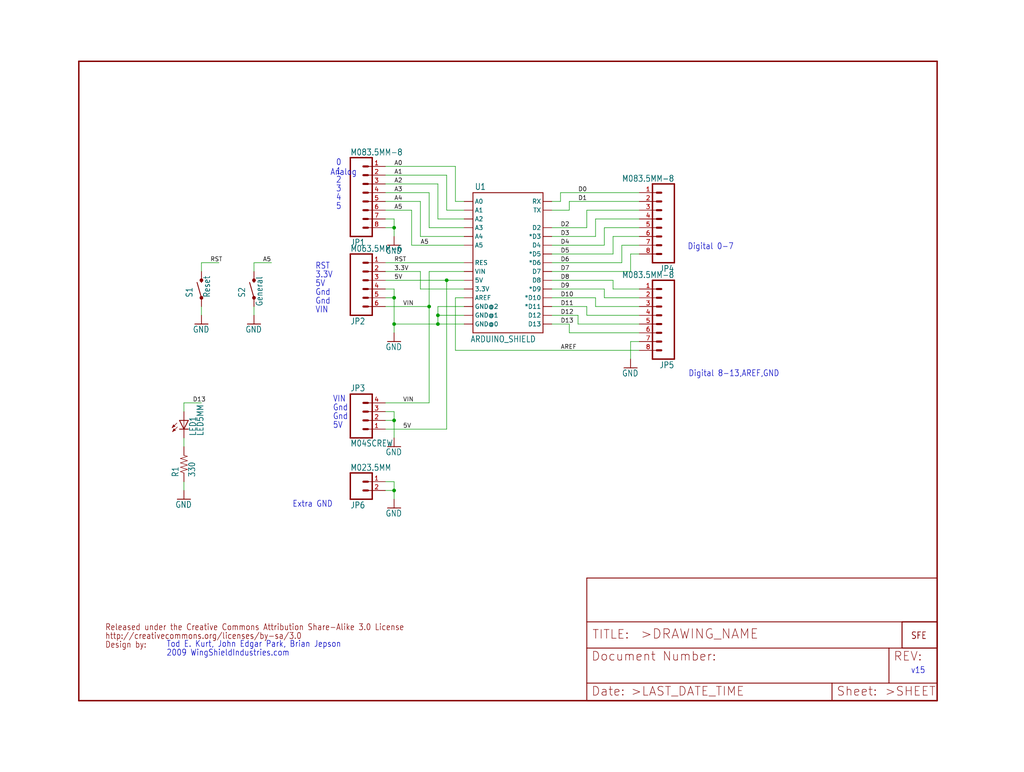
<source format=kicad_sch>
(kicad_sch (version 20211123) (generator eeschema)
  (paper "User" 297.002 223.926)
  (lib_symbols
    (symbol "eagleSchem-eagle-import:ARDUINO_SHIELDNOHOLES"
      (property "Reference" "U" (at -9.652 21.082 0))
      (property "Value" "ARDUINO_SHIELDNOHOLES" (at -8.89 -22.86 0))
      (symbol "ARDUINO_SHIELDNOHOLES_1_0"
        (polyline (pts (xy -10.16 -20.32) (xy -10.16 20.32)) (stroke (width 0.254)))
        (polyline (pts (xy -10.16 20.32) (xy 10.16 20.32)) (stroke (width 0.254)))
        (polyline (pts (xy 10.16 -20.32) (xy -10.16 -20.32)) (stroke (width 0.254)))
        (polyline (pts (xy 10.16 20.32) (xy 10.16 -20.32)) (stroke (width 0.254)))
        (pin bidirectional line (at -12.7 -7.62 0) (length 2.54) (name "3.3V") (number "3.3V"))
        (pin bidirectional line (at -12.7 -5.08 0) (length 2.54) (name "5V") (number "5V"))
        (pin bidirectional line (at -12.7 17.78 0) (length 2.54) (name "A0") (number "A0"))
        (pin bidirectional line (at -12.7 15.24 0) (length 2.54) (name "A1") (number "A1"))
        (pin bidirectional line (at -12.7 12.7 0) (length 2.54) (name "A2") (number "A2"))
        (pin bidirectional line (at -12.7 10.16 0) (length 2.54) (name "A3") (number "A3"))
        (pin bidirectional line (at -12.7 7.62 0) (length 2.54) (name "A4") (number "A4"))
        (pin bidirectional line (at -12.7 5.08 0) (length 2.54) (name "A5") (number "A5"))
        (pin bidirectional line (at -12.7 -10.16 0) (length 2.54) (name "AREF") (number "AREF"))
        (pin bidirectional line (at 12.7 -10.16 180) (length 2.54) (name "*D10") (number "D10"))
        (pin bidirectional line (at 12.7 -12.7 180) (length 2.54) (name "*D11") (number "D11"))
        (pin bidirectional line (at 12.7 -15.24 180) (length 2.54) (name "D12") (number "D12"))
        (pin bidirectional line (at 12.7 -17.78 180) (length 2.54) (name "D13") (number "D13"))
        (pin bidirectional line (at 12.7 10.16 180) (length 2.54) (name "D2") (number "D2"))
        (pin bidirectional line (at 12.7 7.62 180) (length 2.54) (name "*D3") (number "D3"))
        (pin bidirectional line (at 12.7 5.08 180) (length 2.54) (name "D4") (number "D4"))
        (pin bidirectional line (at 12.7 2.54 180) (length 2.54) (name "*D5") (number "D5"))
        (pin bidirectional line (at 12.7 0 180) (length 2.54) (name "*D6") (number "D6"))
        (pin bidirectional line (at 12.7 -2.54 180) (length 2.54) (name "D7") (number "D7"))
        (pin bidirectional line (at 12.7 -5.08 180) (length 2.54) (name "D8") (number "D8"))
        (pin bidirectional line (at 12.7 -7.62 180) (length 2.54) (name "*D9") (number "D9"))
        (pin bidirectional line (at -12.7 -17.78 0) (length 2.54) (name "GND@0") (number "GND@0"))
        (pin bidirectional line (at -12.7 -15.24 0) (length 2.54) (name "GND@1") (number "GND@1"))
        (pin bidirectional line (at -12.7 -12.7 0) (length 2.54) (name "GND@2") (number "GND@2"))
        (pin bidirectional line (at -12.7 0 0) (length 2.54) (name "RES") (number "RES"))
        (pin bidirectional line (at 12.7 17.78 180) (length 2.54) (name "RX") (number "RX"))
        (pin bidirectional line (at 12.7 15.24 180) (length 2.54) (name "TX") (number "TX"))
        (pin bidirectional line (at -12.7 -2.54 0) (length 2.54) (name "VIN") (number "VIN"))
      )
    )
    (symbol "eagleSchem-eagle-import:CREATIVE_COMMONS"
      (symbol "CREATIVE_COMMONS_1_0"
        (text "Design by:" (at 0 0 0) (effects (font (size 1.778 1.5113)) (justify left bottom)))
        (text "http://creativecommons.org/licenses/by-sa/3.0" (at 0 2.54 0) (effects (font (size 1.778 1.5113)) (justify left bottom)))
        (text "Released under the Creative Commons Attribution Share-Alike 3.0 License" (at 0 5.08 0) (effects (font (size 1.778 1.5113)) (justify left bottom)))
      )
    )
    (symbol "eagleSchem-eagle-import:FRAME-LETTER"
      (symbol "FRAME-LETTER_1_0"
        (polyline (pts (xy 0 0) (xy 248.92 0)) (stroke (width 0.4064)))
        (polyline (pts (xy 0 185.42) (xy 0 0)) (stroke (width 0.4064)))
        (polyline (pts (xy 0 185.42) (xy 248.92 185.42)) (stroke (width 0.4064)))
        (polyline (pts (xy 248.92 185.42) (xy 248.92 0)) (stroke (width 0.4064)))
      )
      (symbol "FRAME-LETTER_2_0"
        (polyline (pts (xy 0 0) (xy 0 5.08)) (stroke (width 0.254)))
        (polyline (pts (xy 0 0) (xy 71.12 0)) (stroke (width 0.254)))
        (polyline (pts (xy 0 5.08) (xy 0 15.24)) (stroke (width 0.254)))
        (polyline (pts (xy 0 5.08) (xy 71.12 5.08)) (stroke (width 0.254)))
        (polyline (pts (xy 0 15.24) (xy 0 22.86)) (stroke (width 0.254)))
        (polyline (pts (xy 0 22.86) (xy 0 35.56)) (stroke (width 0.254)))
        (polyline (pts (xy 0 22.86) (xy 101.6 22.86)) (stroke (width 0.254)))
        (polyline (pts (xy 71.12 0) (xy 101.6 0)) (stroke (width 0.254)))
        (polyline (pts (xy 71.12 5.08) (xy 71.12 0)) (stroke (width 0.254)))
        (polyline (pts (xy 71.12 5.08) (xy 87.63 5.08)) (stroke (width 0.254)))
        (polyline (pts (xy 87.63 5.08) (xy 101.6 5.08)) (stroke (width 0.254)))
        (polyline (pts (xy 87.63 15.24) (xy 0 15.24)) (stroke (width 0.254)))
        (polyline (pts (xy 87.63 15.24) (xy 87.63 5.08)) (stroke (width 0.254)))
        (polyline (pts (xy 101.6 5.08) (xy 101.6 0)) (stroke (width 0.254)))
        (polyline (pts (xy 101.6 15.24) (xy 87.63 15.24)) (stroke (width 0.254)))
        (polyline (pts (xy 101.6 15.24) (xy 101.6 5.08)) (stroke (width 0.254)))
        (polyline (pts (xy 101.6 22.86) (xy 101.6 15.24)) (stroke (width 0.254)))
        (polyline (pts (xy 101.6 35.56) (xy 0 35.56)) (stroke (width 0.254)))
        (polyline (pts (xy 101.6 35.56) (xy 101.6 22.86)) (stroke (width 0.254)))
        (text ">DRAWING_NAME" (at 15.494 17.78 0) (effects (font (size 2.7432 2.7432)) (justify left bottom)))
        (text ">LAST_DATE_TIME" (at 12.7 1.27 0) (effects (font (size 2.54 2.54)) (justify left bottom)))
        (text ">SHEET" (at 86.36 1.27 0) (effects (font (size 2.54 2.54)) (justify left bottom)))
        (text "Date:" (at 1.27 1.27 0) (effects (font (size 2.54 2.54)) (justify left bottom)))
        (text "Document Number:" (at 1.27 11.43 0) (effects (font (size 2.54 2.54)) (justify left bottom)))
        (text "REV:" (at 88.9 11.43 0) (effects (font (size 2.54 2.54)) (justify left bottom)))
        (text "Sheet:" (at 72.39 1.27 0) (effects (font (size 2.54 2.54)) (justify left bottom)))
        (text "TITLE:" (at 1.524 17.78 0) (effects (font (size 2.54 2.54)) (justify left bottom)))
      )
    )
    (symbol "eagleSchem-eagle-import:GND" (power)
      (property "Value" "GND" (at -2.54 -2.54 0))
      (symbol "GND_1_0"
        (polyline (pts (xy -1.905 0) (xy 1.905 0)) (stroke (width 0.254)))
        (pin power_in line (at 0 2.54 270) (length 2.54) (name "GND") (number "1"))
      )
    )
    (symbol "eagleSchem-eagle-import:LED5MM"
      (property "Reference" "LED" (at 3.556 -4.572 90))
      (property "Value" "LED5MM" (at 5.715 -4.572 90))
      (symbol "LED5MM_1_0"
        (polyline (pts (xy -2.032 -0.762) (xy -3.429 -2.159)) (stroke (width 0.1524)))
        (polyline (pts (xy -1.905 -1.905) (xy -3.302 -3.302)) (stroke (width 0.1524)))
        (polyline (pts (xy 0 -2.54) (xy -1.27 -2.54)) (stroke (width 0.254)))
        (polyline (pts (xy 0 -2.54) (xy -1.27 0)) (stroke (width 0.254)))
        (polyline (pts (xy 0 0) (xy -1.27 0)) (stroke (width 0.254)))
        (polyline (pts (xy 0 0) (xy 0 -2.54)) (stroke (width 0.1524)))
        (polyline (pts (xy 1.27 -2.54) (xy 0 -2.54)) (stroke (width 0.254)))
        (polyline (pts (xy 1.27 0) (xy 0 -2.54)) (stroke (width 0.254)))
        (polyline (pts (xy 1.27 0) (xy 0 0)) (stroke (width 0.254)))
        (polyline (pts (xy -3.429 -2.159) (xy -3.048 -1.27) (xy -2.54 -1.778)) (fill (type outline)))
        (polyline (pts (xy -3.302 -3.302) (xy -2.921 -2.413) (xy -2.413 -2.921)) (fill (type outline)))
        (pin passive line (at 0 2.54 270) (length 2.54) (name "A") (number "A"))
        (pin passive line (at 0 -5.08 90) (length 2.54) (name "C") (number "K"))
      )
    )
    (symbol "eagleSchem-eagle-import:LOGO-SFENEW"
      (symbol "LOGO-SFENEW_1_0"
        (polyline (pts (xy -2.54 -2.54) (xy 7.62 -2.54)) (stroke (width 0.254)))
        (polyline (pts (xy -2.54 5.08) (xy -2.54 -2.54)) (stroke (width 0.254)))
        (polyline (pts (xy 7.62 -2.54) (xy 7.62 5.08)) (stroke (width 0.254)))
        (polyline (pts (xy 7.62 5.08) (xy -2.54 5.08)) (stroke (width 0.254)))
        (text "SFE" (at 0 0 0) (effects (font (size 1.9304 1.6408)) (justify left bottom)))
      )
    )
    (symbol "eagleSchem-eagle-import:LOGO-SFESK"
      (symbol "LOGO-SFESK_1_0"
        (polyline (pts (xy -2.54 -2.54) (xy 7.62 -2.54)) (stroke (width 0.254)))
        (polyline (pts (xy -2.54 5.08) (xy -2.54 -2.54)) (stroke (width 0.254)))
        (polyline (pts (xy 7.62 -2.54) (xy 7.62 5.08)) (stroke (width 0.254)))
        (polyline (pts (xy 7.62 5.08) (xy -2.54 5.08)) (stroke (width 0.254)))
        (text "SFE" (at 0 0 0) (effects (font (size 1.9304 1.6408)) (justify left bottom)))
      )
    )
    (symbol "eagleSchem-eagle-import:M023.5MM"
      (property "Reference" "JP" (at -2.54 5.842 0))
      (property "Value" "M023.5MM" (at -2.54 -5.08 0))
      (symbol "M023.5MM_1_0"
        (polyline (pts (xy -2.54 5.08) (xy -2.54 -2.54)) (stroke (width 0.4064)))
        (polyline (pts (xy -2.54 5.08) (xy 3.81 5.08)) (stroke (width 0.4064)))
        (polyline (pts (xy 1.27 0) (xy 2.54 0)) (stroke (width 0.6096)))
        (polyline (pts (xy 1.27 2.54) (xy 2.54 2.54)) (stroke (width 0.6096)))
        (polyline (pts (xy 3.81 -2.54) (xy -2.54 -2.54)) (stroke (width 0.4064)))
        (polyline (pts (xy 3.81 -2.54) (xy 3.81 5.08)) (stroke (width 0.4064)))
        (pin passive line (at 7.62 0 180) (length 5.08) (name "1") (number "1"))
        (pin passive line (at 7.62 2.54 180) (length 5.08) (name "2") (number "2"))
      )
    )
    (symbol "eagleSchem-eagle-import:M04SCREW"
      (property "Reference" "JP" (at -5.08 8.382 0))
      (property "Value" "M04SCREW" (at -5.08 -7.62 0))
      (symbol "M04SCREW_1_0"
        (polyline (pts (xy -5.08 7.62) (xy -5.08 -5.08)) (stroke (width 0.4064)))
        (polyline (pts (xy -5.08 7.62) (xy 1.27 7.62)) (stroke (width 0.4064)))
        (polyline (pts (xy -1.27 -2.54) (xy 0 -2.54)) (stroke (width 0.6096)))
        (polyline (pts (xy -1.27 0) (xy 0 0)) (stroke (width 0.6096)))
        (polyline (pts (xy -1.27 2.54) (xy 0 2.54)) (stroke (width 0.6096)))
        (polyline (pts (xy -1.27 5.08) (xy 0 5.08)) (stroke (width 0.6096)))
        (polyline (pts (xy 1.27 -5.08) (xy -5.08 -5.08)) (stroke (width 0.4064)))
        (polyline (pts (xy 1.27 -5.08) (xy 1.27 7.62)) (stroke (width 0.4064)))
        (pin passive line (at 5.08 -2.54 180) (length 5.08) (name "1") (number "1"))
        (pin passive line (at 5.08 0 180) (length 5.08) (name "2") (number "2"))
        (pin passive line (at 5.08 2.54 180) (length 5.08) (name "3") (number "3"))
        (pin passive line (at 5.08 5.08 180) (length 5.08) (name "4") (number "4"))
      )
    )
    (symbol "eagleSchem-eagle-import:M063.5MM-6"
      (property "Reference" "JP" (at -5.08 10.922 0))
      (property "Value" "M063.5MM-6" (at -5.08 -10.16 0))
      (symbol "M063.5MM-6_1_0"
        (polyline (pts (xy -5.08 10.16) (xy -5.08 -7.62)) (stroke (width 0.4064)))
        (polyline (pts (xy -5.08 10.16) (xy 1.27 10.16)) (stroke (width 0.4064)))
        (polyline (pts (xy -1.27 -5.08) (xy 0 -5.08)) (stroke (width 0.6096)))
        (polyline (pts (xy -1.27 -2.54) (xy 0 -2.54)) (stroke (width 0.6096)))
        (polyline (pts (xy -1.27 0) (xy 0 0)) (stroke (width 0.6096)))
        (polyline (pts (xy -1.27 2.54) (xy 0 2.54)) (stroke (width 0.6096)))
        (polyline (pts (xy -1.27 5.08) (xy 0 5.08)) (stroke (width 0.6096)))
        (polyline (pts (xy -1.27 7.62) (xy 0 7.62)) (stroke (width 0.6096)))
        (polyline (pts (xy 1.27 -7.62) (xy -5.08 -7.62)) (stroke (width 0.4064)))
        (polyline (pts (xy 1.27 -7.62) (xy 1.27 10.16)) (stroke (width 0.4064)))
        (pin passive line (at 5.08 -5.08 180) (length 5.08) (name "1") (number "1"))
        (pin passive line (at 5.08 -2.54 180) (length 5.08) (name "2") (number "2"))
        (pin passive line (at 5.08 0 180) (length 5.08) (name "3") (number "3"))
        (pin passive line (at 5.08 2.54 180) (length 5.08) (name "4") (number "4"))
        (pin passive line (at 5.08 5.08 180) (length 5.08) (name "5") (number "5"))
        (pin passive line (at 5.08 7.62 180) (length 5.08) (name "6") (number "6"))
      )
    )
    (symbol "eagleSchem-eagle-import:M083.5MM-8"
      (property "Reference" "JP" (at -5.08 13.462 0))
      (property "Value" "M083.5MM-8" (at -5.08 -12.7 0))
      (symbol "M083.5MM-8_1_0"
        (polyline (pts (xy -5.08 12.7) (xy -5.08 -10.16)) (stroke (width 0.4064)))
        (polyline (pts (xy -5.08 12.7) (xy 1.27 12.7)) (stroke (width 0.4064)))
        (polyline (pts (xy -1.27 -7.62) (xy 0 -7.62)) (stroke (width 0.6096)))
        (polyline (pts (xy -1.27 -5.08) (xy 0 -5.08)) (stroke (width 0.6096)))
        (polyline (pts (xy -1.27 -2.54) (xy 0 -2.54)) (stroke (width 0.6096)))
        (polyline (pts (xy -1.27 0) (xy 0 0)) (stroke (width 0.6096)))
        (polyline (pts (xy -1.27 2.54) (xy 0 2.54)) (stroke (width 0.6096)))
        (polyline (pts (xy -1.27 5.08) (xy 0 5.08)) (stroke (width 0.6096)))
        (polyline (pts (xy -1.27 7.62) (xy 0 7.62)) (stroke (width 0.6096)))
        (polyline (pts (xy -1.27 10.16) (xy 0 10.16)) (stroke (width 0.6096)))
        (polyline (pts (xy 1.27 -10.16) (xy -5.08 -10.16)) (stroke (width 0.4064)))
        (polyline (pts (xy 1.27 -10.16) (xy 1.27 12.7)) (stroke (width 0.4064)))
        (pin passive line (at 5.08 -7.62 180) (length 5.08) (name "1") (number "1"))
        (pin passive line (at 5.08 -5.08 180) (length 5.08) (name "2") (number "2"))
        (pin passive line (at 5.08 -2.54 180) (length 5.08) (name "3") (number "3"))
        (pin passive line (at 5.08 0 180) (length 5.08) (name "4") (number "4"))
        (pin passive line (at 5.08 2.54 180) (length 5.08) (name "5") (number "5"))
        (pin passive line (at 5.08 5.08 180) (length 5.08) (name "6") (number "6"))
        (pin passive line (at 5.08 7.62 180) (length 5.08) (name "7") (number "7"))
        (pin passive line (at 5.08 10.16 180) (length 5.08) (name "8") (number "8"))
      )
    )
    (symbol "eagleSchem-eagle-import:RESISTORPTH1"
      (property "Reference" "R" (at -3.81 1.4986 0))
      (property "Value" "RESISTORPTH1" (at -3.81 -3.302 0))
      (symbol "RESISTORPTH1_1_0"
        (polyline (pts (xy -2.54 0) (xy -2.159 1.016)) (stroke (width 0.1524)))
        (polyline (pts (xy -2.159 1.016) (xy -1.524 -1.016)) (stroke (width 0.1524)))
        (polyline (pts (xy -1.524 -1.016) (xy -0.889 1.016)) (stroke (width 0.1524)))
        (polyline (pts (xy -0.889 1.016) (xy -0.254 -1.016)) (stroke (width 0.1524)))
        (polyline (pts (xy -0.254 -1.016) (xy 0.381 1.016)) (stroke (width 0.1524)))
        (polyline (pts (xy 0.381 1.016) (xy 1.016 -1.016)) (stroke (width 0.1524)))
        (polyline (pts (xy 1.016 -1.016) (xy 1.651 1.016)) (stroke (width 0.1524)))
        (polyline (pts (xy 1.651 1.016) (xy 2.286 -1.016)) (stroke (width 0.1524)))
        (polyline (pts (xy 2.286 -1.016) (xy 2.54 0)) (stroke (width 0.1524)))
        (pin passive line (at -5.08 0 0) (length 2.54) (name "1") (number "P$1"))
        (pin passive line (at 5.08 0 180) (length 2.54) (name "2") (number "P$2"))
      )
    )
    (symbol "eagleSchem-eagle-import:SWITCH-MOMENTARY-2PTH"
      (property "Reference" "S" (at -2.54 2.54 0))
      (property "Value" "SWITCH-MOMENTARY-2PTH" (at -2.54 -2.54 0))
      (symbol "SWITCH-MOMENTARY-2PTH_1_0"
        (circle (center -2.54 0) (radius 0.127) (stroke (width 0.4064)))
        (polyline (pts (xy -2.54 0) (xy 1.905 1.27)) (stroke (width 0.254)))
        (polyline (pts (xy 1.905 0) (xy 2.54 0)) (stroke (width 0.254)))
        (circle (center 2.54 0) (radius 0.127) (stroke (width 0.4064)))
        (pin passive line (at -5.08 0 0) (length 2.54) (name "1") (number "1"))
        (pin passive line (at 5.08 0 180) (length 2.54) (name "2") (number "3"))
      )
    )
  )
  (junction (at 127 91.44))
  (junction (at 114.3 142.24))
  (junction (at 114.3 121.92))
  (junction (at 124.46 88.9))
  (junction (at 114.3 93.98))
  (junction (at 127 93.98))
  (junction (at 129.54 81.28))
  (junction (at 114.3 86.36))
  (junction (at 114.3 66.04))
  (wire (pts (xy 124.46 88.9) (xy 111.76 88.9)))
  (wire (pts (xy 170.18 88.9) (xy 170.18 91.44)))
  (wire (pts (xy 53.34 129.54) (xy 53.34 127)))
  (wire (pts (xy 175.26 86.36) (xy 185.42 86.36)))
  (wire (pts (xy 127 53.34) (xy 127 63.5)))
  (wire (pts (xy 53.34 142.24) (xy 53.34 139.7)))
  (wire (pts (xy 175.26 83.82) (xy 175.26 86.36)))
  (wire (pts (xy 121.92 58.42) (xy 121.92 68.58)))
  (wire (pts (xy 175.26 71.12) (xy 175.26 66.04)))
  (wire (pts (xy 165.1 58.42) (xy 165.1 60.96)))
  (wire (pts (xy 111.76 81.28) (xy 129.54 81.28)))
  (wire (pts (xy 134.62 76.2) (xy 111.76 76.2)))
  (wire (pts (xy 111.76 48.26) (xy 132.08 48.26)))
  (wire (pts (xy 53.34 116.84) (xy 58.42 116.84)))
  (wire (pts (xy 129.54 81.28) (xy 134.62 81.28)))
  (wire (pts (xy 124.46 55.88) (xy 124.46 66.04)))
  (wire (pts (xy 114.3 142.24) (xy 114.3 139.7)))
  (wire (pts (xy 119.38 71.12) (xy 134.62 71.12)))
  (wire (pts (xy 160.02 58.42) (xy 162.56 58.42)))
  (wire (pts (xy 134.62 83.82) (xy 121.92 83.82)))
  (wire (pts (xy 127 93.98) (xy 114.3 93.98)))
  (wire (pts (xy 114.3 63.5) (xy 114.3 66.04)))
  (wire (pts (xy 182.88 99.06) (xy 182.88 104.14)))
  (wire (pts (xy 177.8 83.82) (xy 185.42 83.82)))
  (wire (pts (xy 111.76 124.46) (xy 129.54 124.46)))
  (wire (pts (xy 124.46 78.74) (xy 124.46 88.9)))
  (wire (pts (xy 111.76 60.96) (xy 119.38 60.96)))
  (wire (pts (xy 111.76 58.42) (xy 121.92 58.42)))
  (wire (pts (xy 167.64 93.98) (xy 185.42 93.98)))
  (wire (pts (xy 111.76 139.7) (xy 114.3 139.7)))
  (wire (pts (xy 73.66 78.74) (xy 73.66 76.2)))
  (wire (pts (xy 114.3 96.52) (xy 114.3 93.98)))
  (wire (pts (xy 177.8 81.28) (xy 177.8 83.82)))
  (wire (pts (xy 162.56 55.88) (xy 185.42 55.88)))
  (wire (pts (xy 114.3 93.98) (xy 114.3 86.36)))
  (wire (pts (xy 185.42 99.06) (xy 182.88 99.06)))
  (wire (pts (xy 114.3 121.92) (xy 114.3 119.38)))
  (wire (pts (xy 132.08 48.26) (xy 132.08 58.42)))
  (wire (pts (xy 111.76 50.8) (xy 129.54 50.8)))
  (wire (pts (xy 121.92 83.82) (xy 121.92 78.74)))
  (wire (pts (xy 160.02 91.44) (xy 167.64 91.44)))
  (wire (pts (xy 127 63.5) (xy 134.62 63.5)))
  (wire (pts (xy 132.08 101.6) (xy 132.08 86.36)))
  (wire (pts (xy 177.8 68.58) (xy 185.42 68.58)))
  (wire (pts (xy 127 91.44) (xy 127 88.9)))
  (wire (pts (xy 162.56 58.42) (xy 162.56 55.88)))
  (wire (pts (xy 111.76 66.04) (xy 114.3 66.04)))
  (wire (pts (xy 132.08 86.36) (xy 134.62 86.36)))
  (wire (pts (xy 170.18 91.44) (xy 185.42 91.44)))
  (wire (pts (xy 160.02 93.98) (xy 165.1 93.98)))
  (wire (pts (xy 160.02 78.74) (xy 182.88 78.74)))
  (wire (pts (xy 58.42 91.44) (xy 58.42 88.9)))
  (wire (pts (xy 160.02 66.04) (xy 170.18 66.04)))
  (wire (pts (xy 58.42 76.2) (xy 63.5 76.2)))
  (wire (pts (xy 58.42 78.74) (xy 58.42 76.2)))
  (wire (pts (xy 185.42 58.42) (xy 165.1 58.42)))
  (wire (pts (xy 129.54 50.8) (xy 129.54 60.96)))
  (wire (pts (xy 129.54 124.46) (xy 129.54 81.28)))
  (wire (pts (xy 121.92 78.74) (xy 111.76 78.74)))
  (wire (pts (xy 111.76 63.5) (xy 114.3 63.5)))
  (wire (pts (xy 134.62 91.44) (xy 127 91.44)))
  (wire (pts (xy 185.42 101.6) (xy 132.08 101.6)))
  (wire (pts (xy 119.38 60.96) (xy 119.38 71.12)))
  (wire (pts (xy 160.02 86.36) (xy 172.72 86.36)))
  (wire (pts (xy 121.92 68.58) (xy 134.62 68.58)))
  (wire (pts (xy 134.62 88.9) (xy 127 88.9)))
  (wire (pts (xy 114.3 86.36) (xy 111.76 86.36)))
  (wire (pts (xy 129.54 60.96) (xy 134.62 60.96)))
  (wire (pts (xy 160.02 88.9) (xy 170.18 88.9)))
  (wire (pts (xy 175.26 66.04) (xy 185.42 66.04)))
  (wire (pts (xy 165.1 60.96) (xy 160.02 60.96)))
  (wire (pts (xy 172.72 68.58) (xy 172.72 63.5)))
  (wire (pts (xy 111.76 53.34) (xy 127 53.34)))
  (wire (pts (xy 182.88 78.74) (xy 182.88 73.66)))
  (wire (pts (xy 167.64 91.44) (xy 167.64 93.98)))
  (wire (pts (xy 182.88 73.66) (xy 185.42 73.66)))
  (wire (pts (xy 114.3 83.82) (xy 114.3 86.36)))
  (wire (pts (xy 124.46 66.04) (xy 134.62 66.04)))
  (wire (pts (xy 172.72 63.5) (xy 185.42 63.5)))
  (wire (pts (xy 160.02 73.66) (xy 177.8 73.66)))
  (wire (pts (xy 160.02 76.2) (xy 180.34 76.2)))
  (wire (pts (xy 165.1 93.98) (xy 165.1 96.52)))
  (wire (pts (xy 73.66 76.2) (xy 78.74 76.2)))
  (wire (pts (xy 124.46 116.84) (xy 124.46 88.9)))
  (wire (pts (xy 114.3 144.78) (xy 114.3 142.24)))
  (wire (pts (xy 134.62 93.98) (xy 127 93.98)))
  (wire (pts (xy 170.18 60.96) (xy 185.42 60.96)))
  (wire (pts (xy 132.08 58.42) (xy 134.62 58.42)))
  (wire (pts (xy 177.8 73.66) (xy 177.8 68.58)))
  (wire (pts (xy 111.76 83.82) (xy 114.3 83.82)))
  (wire (pts (xy 114.3 68.58) (xy 114.3 66.04)))
  (wire (pts (xy 160.02 71.12) (xy 175.26 71.12)))
  (wire (pts (xy 165.1 96.52) (xy 185.42 96.52)))
  (wire (pts (xy 114.3 127) (xy 114.3 121.92)))
  (wire (pts (xy 111.76 55.88) (xy 124.46 55.88)))
  (wire (pts (xy 160.02 83.82) (xy 175.26 83.82)))
  (wire (pts (xy 111.76 116.84) (xy 124.46 116.84)))
  (wire (pts (xy 170.18 66.04) (xy 170.18 60.96)))
  (wire (pts (xy 172.72 88.9) (xy 185.42 88.9)))
  (wire (pts (xy 160.02 81.28) (xy 177.8 81.28)))
  (wire (pts (xy 180.34 71.12) (xy 185.42 71.12)))
  (wire (pts (xy 134.62 78.74) (xy 124.46 78.74)))
  (wire (pts (xy 111.76 121.92) (xy 114.3 121.92)))
  (wire (pts (xy 53.34 119.38) (xy 53.34 116.84)))
  (wire (pts (xy 127 93.98) (xy 127 91.44)))
  (wire (pts (xy 172.72 86.36) (xy 172.72 88.9)))
  (wire (pts (xy 160.02 68.58) (xy 172.72 68.58)))
  (wire (pts (xy 73.66 88.9) (xy 73.66 91.44)))
  (wire (pts (xy 111.76 142.24) (xy 114.3 142.24)))
  (wire (pts (xy 180.34 76.2) (xy 180.34 71.12)))
  (wire (pts (xy 111.76 119.38) (xy 114.3 119.38)))
  (text "Gnd" (at 96.52 121.92 180) (effects (font (size 1.778 1.5113)) (justify left bottom)))
  (text "2" (at 99.06 53.34 180) (effects (font (size 1.778 1.5113)) (justify right bottom)))
  (text "Tod E. Kurt, John Edgar Park, Brian Jepson" (at 48.26 187.96 180) (effects (font (size 1.778 1.5113)) (justify left bottom)))
  (text "5V" (at 96.52 124.46 180) (effects (font (size 1.778 1.5113)) (justify left bottom)))
  (text "2009 WingShieldIndustries.com" (at 48.26 190.5 180) (effects (font (size 1.778 1.5113)) (justify left bottom)))
  (text "3" (at 99.06 55.88 180) (effects (font (size 1.778 1.5113)) (justify right bottom)))
  (text "Digital 8-13,AREF,GND" (at 199.644 109.474 180) (effects (font (size 1.778 1.5113)) (justify left bottom)))
  (text "Gnd" (at 96.52 119.38 180) (effects (font (size 1.778 1.5113)) (justify left bottom)))
  (text "Gnd" (at 91.44 83.82 180) (effects (font (size 1.778 1.5113)) (justify left top)))
  (text "1" (at 99.06 50.8 180) (effects (font (size 1.778 1.5113)) (justify right bottom)))
  (text "Extra GND" (at 96.52 147.32 180) (effects (font (size 1.778 1.5113)) (justify right bottom)))
  (text "5V" (at 91.44 81.28 180) (effects (font (size 1.778 1.5113)) (justify left top)))
  (text "3.3V" (at 91.44 78.74 180) (effects (font (size 1.778 1.5113)) (justify left top)))
  (text "Gnd" (at 91.44 86.36 180) (effects (font (size 1.778 1.5113)) (justify left top)))
  (text "4" (at 99.06 58.42 180) (effects (font (size 1.778 1.5113)) (justify right bottom)))
  (text "Analog" (at 95.758 49.022 180) (effects (font (size 1.778 1.5113)) (justify left top)))
  (text "Digital 0-7" (at 199.39 72.644 180) (effects (font (size 1.778 1.5113)) (justify left bottom)))
  (text "RST" (at 91.44 76.2 180) (effects (font (size 1.778 1.5113)) (justify left top)))
  (text "5" (at 99.06 60.96 180) (effects (font (size 1.778 1.5113)) (justify right bottom)))
  (text "v15" (at 264.16 195.58 180) (effects (font (size 1.778 1.5113)) (justify left bottom)))
  (text "VIN" (at 96.52 116.84 180) (effects (font (size 1.778 1.5113)) (justify left bottom)))
  (text "0" (at 99.06 48.26 180) (effects (font (size 1.778 1.5113)) (justify right bottom)))
  (text "VIN" (at 91.44 88.9 180) (effects (font (size 1.778 1.5113)) (justify left top)))
  (label "D0" (at 167.64 55.88 0) (effects (font (size 1.2446 1.2446))))
  (label "5V" (at 116.84 124.46 0) (effects (font (size 1.2446 1.2446))))
  (label "A5" (at 121.92 71.12 0) (effects (font (size 1.2446 1.2446))))
  (label "D7" (at 162.56 78.74 0) (effects (font (size 1.2446 1.2446))))
  (label "D3" (at 162.56 68.58 0) (effects (font (size 1.2446 1.2446))))
  (label "VIN" (at 116.84 116.84 0) (effects (font (size 1.2446 1.2446))))
  (label "D12" (at 162.56 91.44 0) (effects (font (size 1.2446 1.2446))))
  (label "D8" (at 162.56 81.28 0) (effects (font (size 1.2446 1.2446))))
  (label "D2" (at 162.56 66.04 0) (effects (font (size 1.2446 1.2446))))
  (label "3.3V" (at 114.3 78.74 0) (effects (font (size 1.2446 1.2446))))
  (label "D13" (at 162.56 93.98 0) (effects (font (size 1.2446 1.2446))))
  (label "A0" (at 114.3 48.26 0) (effects (font (size 1.2446 1.2446))))
  (label "A5" (at 76.2 76.2 0) (effects (font (size 1.2446 1.2446))))
  (label "D5" (at 162.56 73.66 0) (effects (font (size 1.2446 1.2446))))
  (label "D6" (at 162.56 76.2 0) (effects (font (size 1.2446 1.2446))))
  (label "A5" (at 114.3 60.96 0) (effects (font (size 1.2446 1.2446))))
  (label "AREF" (at 162.56 101.6 0) (effects (font (size 1.2446 1.2446))))
  (label "D13" (at 55.88 116.84 0) (effects (font (size 1.2446 1.2446))))
  (label "A1" (at 114.3 50.8 0) (effects (font (size 1.2446 1.2446))))
  (label "D11" (at 162.56 88.9 0) (effects (font (size 1.2446 1.2446))))
  (label "VIN" (at 116.84 88.9 0) (effects (font (size 1.2446 1.2446))))
  (label "RST" (at 60.96 76.2 0) (effects (font (size 1.2446 1.2446))))
  (label "D4" (at 162.56 71.12 0) (effects (font (size 1.2446 1.2446))))
  (label "D1" (at 167.64 58.42 0) (effects (font (size 1.2446 1.2446))))
  (label "5V" (at 114.3 81.28 0) (effects (font (size 1.2446 1.2446))))
  (label "D10" (at 162.56 86.36 0) (effects (font (size 1.2446 1.2446))))
  (label "A2" (at 114.3 53.34 0) (effects (font (size 1.2446 1.2446))))
  (label "RST" (at 114.3 76.2 0) (effects (font (size 1.2446 1.2446))))
  (label "D9" (at 162.56 83.82 0) (effects (font (size 1.2446 1.2446))))
  (label "A4" (at 114.3 58.42 0) (effects (font (size 1.2446 1.2446))))
  (label "A3" (at 114.3 55.88 0) (effects (font (size 1.2446 1.2446))))
  (symbol (lib_id "eagleSchem-eagle-import:M04SCREW") (at 106.68 121.92 0) (unit 1)
    (property "Reference" "JP3" (at 101.6 113.538 0) (effects (font (size 1.778 1.5113)) (justify left bottom)))
    (property "Value" "M04SCREW" (at 101.6 129.54 0) (effects (font (size 1.778 1.5113)) (justify left bottom)))
    (property "Footprint" "eagleSchem:SCREWTERMINAL-3.5MM-4" (effects hide))
  )
  (symbol (lib_id "eagleSchem-eagle-import:FRAME-LETTER") (at 22.86 203.2 0) (unit 1)
    (property "Reference" "#FRAME2" (effects hide))
    (property "Value" "FRAME-LETTER" (effects hide))
    (property "Footprint" "eagleSchem:" (effects hide))
  )
  (symbol (lib_id "eagleSchem-eagle-import:SWITCH-MOMENTARY-2PTH") (at 58.42 83.82 90) (unit 1)
    (property "Reference" "S1" (at 55.88 86.36 0) (effects (font (size 1.778 1.5113)) (justify left bottom)))
    (property "Value" "Reset" (at 60.96 86.36 0) (effects (font (size 1.778 1.5113)) (justify left bottom)))
    (property "Footprint" "eagleSchem:TACTILE-PTH" (effects hide))
  )
  (symbol (lib_id "eagleSchem-eagle-import:ARDUINO_SHIELDNOHOLES") (at 147.32 76.2 0) (unit 1)
    (property "Reference" "U1" (at 137.668 55.118 0) (effects (font (size 1.778 1.5113)) (justify left bottom)))
    (property "Value" "ARDUINO_SHIELD" (at 136.398 99.314 0) (effects (font (size 1.778 1.5113)) (justify left bottom)))
    (property "Footprint" "eagleSchem:DUEMILANOVE_SHIELD_NOHOLES" (effects hide))
  )
  (symbol (lib_id "eagleSchem-eagle-import:GND") (at 114.3 99.06 0) (unit 1)
    (property "Reference" "#GND3" (effects hide))
    (property "Value" "GND" (at 111.76 101.6 0) (effects (font (size 1.778 1.5113)) (justify left bottom)))
    (property "Footprint" "eagleSchem:" (effects hide))
  )
  (symbol (lib_id "eagleSchem-eagle-import:RESISTORPTH1") (at 53.34 134.62 90) (unit 1)
    (property "Reference" "R1" (at 51.8414 138.43 0) (effects (font (size 1.778 1.5113)) (justify left bottom)))
    (property "Value" "330" (at 56.642 138.43 0) (effects (font (size 1.778 1.5113)) (justify left bottom)))
    (property "Footprint" "eagleSchem:AXIAL-0.3" (effects hide))
  )
  (symbol (lib_id "eagleSchem-eagle-import:M083.5MM-8") (at 190.5 91.44 180) (unit 1)
    (property "Reference" "JP5" (at 195.58 104.902 0) (effects (font (size 1.778 1.5113)) (justify left bottom)))
    (property "Value" "M083.5MM-8" (at 195.58 78.74 0) (effects (font (size 1.778 1.5113)) (justify left bottom)))
    (property "Footprint" "eagleSchem:SCREWTERMINAL-3.5MM-8" (effects hide))
  )
  (symbol (lib_id "eagleSchem-eagle-import:GND") (at 114.3 71.12 0) (unit 1)
    (property "Reference" "#GND4" (effects hide))
    (property "Value" "GND" (at 111.76 73.66 0) (effects (font (size 1.778 1.5113)) (justify left bottom)))
    (property "Footprint" "eagleSchem:" (effects hide))
  )
  (symbol (lib_id "eagleSchem-eagle-import:GND") (at 182.88 106.68 0) (unit 1)
    (property "Reference" "#GND1" (effects hide))
    (property "Value" "GND" (at 180.34 109.22 0) (effects (font (size 1.778 1.5113)) (justify left bottom)))
    (property "Footprint" "eagleSchem:" (effects hide))
  )
  (symbol (lib_id "eagleSchem-eagle-import:GND") (at 114.3 129.54 0) (unit 1)
    (property "Reference" "#GND2" (effects hide))
    (property "Value" "GND" (at 111.76 132.08 0) (effects (font (size 1.778 1.5113)) (justify left bottom)))
    (property "Footprint" "eagleSchem:" (effects hide))
  )
  (symbol (lib_id "eagleSchem-eagle-import:M083.5MM-8") (at 190.5 63.5 180) (unit 1)
    (property "Reference" "JP4" (at 195.58 76.962 0) (effects (font (size 1.778 1.5113)) (justify left bottom)))
    (property "Value" "M083.5MM-8" (at 195.58 50.8 0) (effects (font (size 1.778 1.5113)) (justify left bottom)))
    (property "Footprint" "eagleSchem:SCREWTERMINAL-3.5MM-8" (effects hide))
  )
  (symbol (lib_id "eagleSchem-eagle-import:GND") (at 53.34 144.78 0) (unit 1)
    (property "Reference" "#GND8" (effects hide))
    (property "Value" "GND" (at 50.8 147.32 0) (effects (font (size 1.778 1.5113)) (justify left bottom)))
    (property "Footprint" "eagleSchem:" (effects hide))
  )
  (symbol (lib_id "eagleSchem-eagle-import:M083.5MM-8") (at 106.68 55.88 0) (mirror x) (unit 1)
    (property "Reference" "JP1" (at 101.6 69.342 0) (effects (font (size 1.778 1.5113)) (justify left bottom)))
    (property "Value" "M083.5MM-8" (at 101.6 43.18 0) (effects (font (size 1.778 1.5113)) (justify left bottom)))
    (property "Footprint" "eagleSchem:SCREWTERMINAL-3.5MM-8" (effects hide))
  )
  (symbol (lib_id "eagleSchem-eagle-import:M063.5MM-6") (at 106.68 81.28 0) (mirror x) (unit 1)
    (property "Reference" "JP2" (at 101.6 92.202 0) (effects (font (size 1.778 1.5113)) (justify left bottom)))
    (property "Value" "M063.5MM-6" (at 101.6 71.12 0) (effects (font (size 1.778 1.5113)) (justify left bottom)))
    (property "Footprint" "eagleSchem:SCREWTERMINAL-3.5MM-6" (effects hide))
  )
  (symbol (lib_id "eagleSchem-eagle-import:SWITCH-MOMENTARY-2PTH") (at 73.66 83.82 90) (unit 1)
    (property "Reference" "S2" (at 71.12 86.36 0) (effects (font (size 1.778 1.5113)) (justify left bottom)))
    (property "Value" "General" (at 76.2 88.9 0) (effects (font (size 1.778 1.5113)) (justify left bottom)))
    (property "Footprint" "eagleSchem:TACTILE-PTH" (effects hide))
  )
  (symbol (lib_id "eagleSchem-eagle-import:LOGO-SFENEW") (at 264.16 185.42 0) (unit 1)
    (property "Reference" "JP7" (effects hide))
    (property "Value" "LOGO-SFENEW" (effects hide))
    (property "Footprint" "eagleSchem:SFE-NEW-WEBLOGO" (effects hide))
  )
  (symbol (lib_id "eagleSchem-eagle-import:GND") (at 73.66 93.98 0) (unit 1)
    (property "Reference" "#GND7" (effects hide))
    (property "Value" "GND" (at 71.12 96.52 0) (effects (font (size 1.778 1.5113)) (justify left bottom)))
    (property "Footprint" "eagleSchem:" (effects hide))
  )
  (symbol (lib_id "eagleSchem-eagle-import:LOGO-SFESK") (at 264.16 185.42 0) (unit 1)
    (property "Reference" "JP8" (effects hide))
    (property "Value" "LOGO-SFESK" (effects hide))
    (property "Footprint" "eagleSchem:SFE-LOGO-FLAME" (effects hide))
  )
  (symbol (lib_id "eagleSchem-eagle-import:GND") (at 114.3 147.32 0) (unit 1)
    (property "Reference" "#GND5" (effects hide))
    (property "Value" "GND" (at 111.76 149.86 0) (effects (font (size 1.778 1.5113)) (justify left bottom)))
    (property "Footprint" "eagleSchem:" (effects hide))
  )
  (symbol (lib_id "eagleSchem-eagle-import:CREATIVE_COMMONS") (at 30.48 187.96 0) (unit 1)
    (property "Reference" "U$1" (effects hide))
    (property "Value" "CREATIVE_COMMONS" (effects hide))
    (property "Footprint" "eagleSchem:CREATIVE_COMMONS" (effects hide))
  )
  (symbol (lib_id "eagleSchem-eagle-import:M023.5MM") (at 104.14 139.7 0) (mirror x) (unit 1)
    (property "Reference" "JP6" (at 101.6 145.542 0) (effects (font (size 1.778 1.5113)) (justify left bottom)))
    (property "Value" "M023.5MM" (at 101.6 134.62 0) (effects (font (size 1.778 1.5113)) (justify left bottom)))
    (property "Footprint" "eagleSchem:SCREWTERMINAL-3.5MM-2" (effects hide))
  )
  (symbol (lib_id "eagleSchem-eagle-import:GND") (at 58.42 93.98 0) (unit 1)
    (property "Reference" "#GND6" (effects hide))
    (property "Value" "GND" (at 55.88 96.52 0) (effects (font (size 1.778 1.5113)) (justify left bottom)))
    (property "Footprint" "eagleSchem:" (effects hide))
  )
  (symbol (lib_id "eagleSchem-eagle-import:FRAME-LETTER") (at 170.18 203.2 0) (unit 2)
    (property "Reference" "#FRAME2" (effects hide))
    (property "Value" "FRAME-LETTER" (effects hide))
    (property "Footprint" "eagleSchem:" (effects hide))
  )
  (symbol (lib_id "eagleSchem-eagle-import:LED5MM") (at 53.34 121.92 0) (unit 1)
    (property "Reference" "LED1" (at 56.896 126.492 90) (effects (font (size 1.778 1.5113)) (justify left bottom)))
    (property "Value" "LED5MM" (at 59.055 126.492 90) (effects (font (size 1.778 1.5113)) (justify left bottom)))
    (property "Footprint" "eagleSchem:LED5MM" (effects hide))
  )
)
</source>
